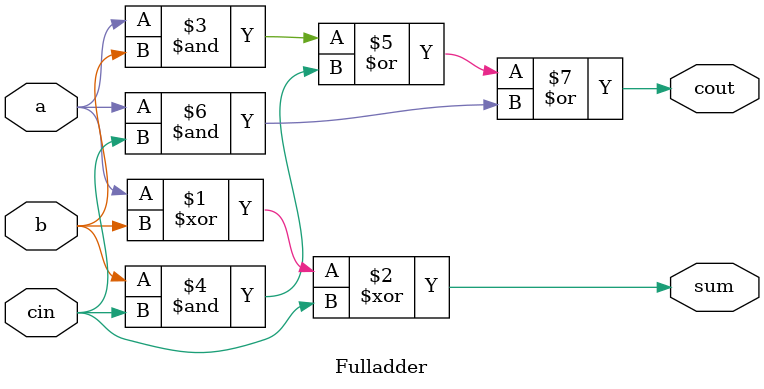
<source format=v>
module Fulladder (
    input wire a,       
    input wire b,       
    input wire cin,     
    output wire sum,    
    output wire cout    
);

    assign sum  = a ^ b ^ cin;                      
    assign cout = (a & b) | (b & cin) | (a & cin); 

endmodule
</source>
